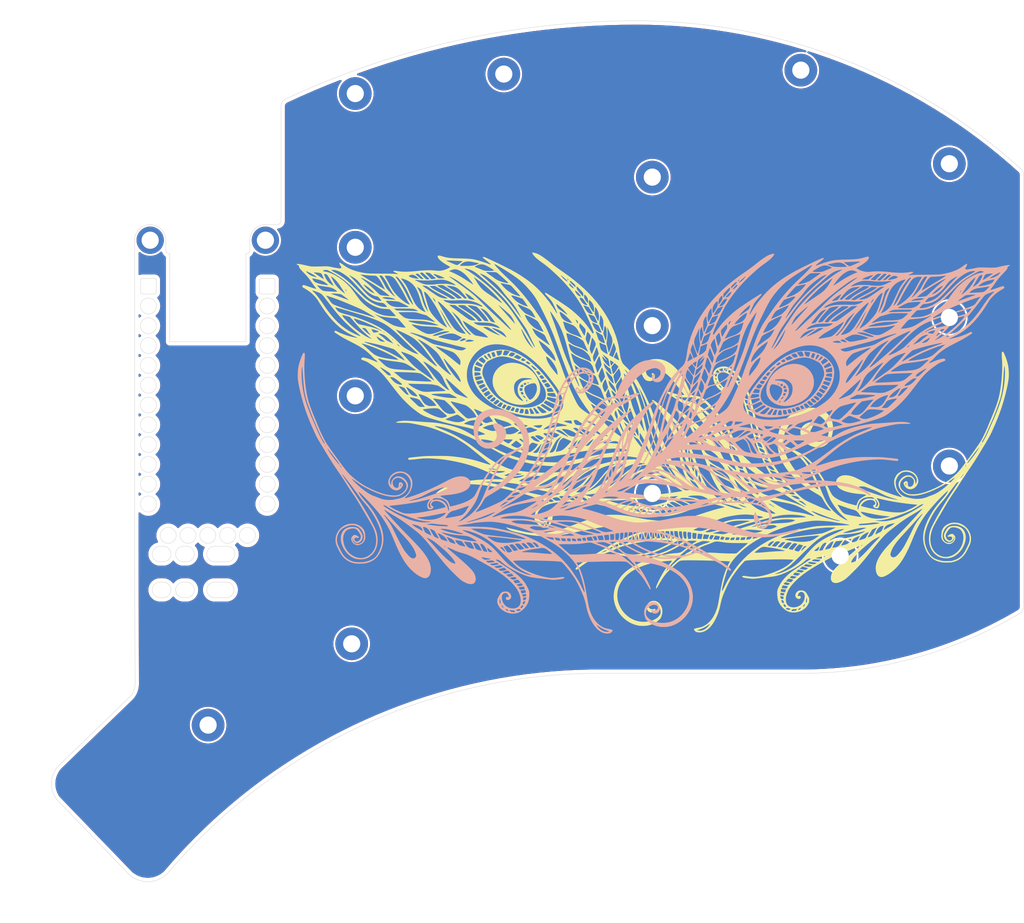
<source format=kicad_pcb>
(kicad_pcb (version 20221018) (generator pcbnew)
  (layers (0 "F.Cu" signal) (31 "B.Cu" signal) (34 "B.Paste" user) (35 "F.Paste" user) (36 "B.SilkS" user "B.Silkscreen") (37 "F.SilkS" user "F.Silkscreen") (38 "B.Mask" user) (39 "F.Mask" user) (44 "Edge.Cuts" user))
  (net 0 "")
  (footprint "tako:M2_hole_4.2mm" (layer "F.Cu") (at 140.906339 83.435489)
    (fp_text reference "H103" hide)
    (fp_text value "MountingHole" hide)
    (pad "" thru_hole circle (at 0 0) (size 4.2 4.2) (drill 2.2) (layers "*.Cu" "*.Mask"))
  )
  (footprint "tako:M2_hole_4.2mm" (layer "F.Cu") (at 140.90635 64.38549)
    (fp_text reference "H102" hide)
    (fp_text value "MountingHole" hide)
    (pad "" thru_hole circle (at 0 0) (size 4.2 4.2) (drill 2.2) (layers "*.Cu" "*.Mask"))
  )
  (footprint "tako:M2_hole_4.2mm" (layer "F.Cu") (at 45.82999 116.671093)
    (fp_text reference "H18" hide)
    (fp_text value "MountingHole" hide)
    (pad "" thru_hole circle (at 0 0) (size 4.2 4.2) (drill 2.2) (layers "*.Cu" "*.Mask"))
  )
  (footprint "tako:M2_hole_4.2mm" (layer "F.Cu") (at 64.706339 35.666056)
    (fp_text reference "H110" hide)
    (fp_text value "MountingHole" hide)
    (pad "" thru_hole circle (at 0 0) (size 4.2 4.2) (drill 2.2) (layers "*.Cu" "*.Mask"))
  )
  (footprint "tako:M2_hole_3.5mm" (layer "F.Cu") (at 53.181889 54.480531)
    (fp_text reference "H115" hide)
    (fp_text value "MountingHole" hide)
    (pad "" thru_hole circle (at 0 0) (size 3.5 3.5) (drill 2.2) (layers "*.Cu" "*.Mask"))
  )
  (footprint "tako:M2_hole_4.2mm" (layer "F.Cu") (at 102.806338 86.959989)
    (fp_text reference "H108" hide)
    (fp_text value "MountingHole" hide)
    (pad "" thru_hole circle (at 0 0) (size 4.2 4.2) (drill 2.2) (layers "*.Cu" "*.Mask"))
  )
  (footprint "tako:M2_hole_4.2mm" (layer "F.Cu") (at 126.906338 94.960499)
    (fp_text reference "H105" hide)
    (fp_text value "MountingHole" hide)
    (pad "" thru_hole circle (at 0 0) (size 4.2 4.2) (drill 2.2) (layers "*.Cu" "*.Mask"))
  )
  (footprint "tako:M2_hole_4.2mm" (layer "F.Cu") (at 64.706342 74.434994)
    (fp_text reference "H112" hide)
    (fp_text value "MountingHole" hide)
    (pad "" thru_hole circle (at 0 0) (size 4.2 4.2) (drill 2.2) (layers "*.Cu" "*.Mask"))
  )
  (footprint "tako:M2_hole_4.2mm" (layer "F.Cu") (at 64.24799 106.243093 -22.5)
    (fp_text reference "H113" hide)
    (fp_text value "MountingHole" hide)
    (pad "" thru_hole circle (at 0 0 337.5) (size 4.2 4.2) (drill 2.2) (layers "*.Cu" "*.Mask"))
  )
  (footprint "tako:M2_hole_3.5mm" (layer "F.Cu") (at 38.400564 54.480077)
    (fp_text reference "H116" hide)
    (fp_text value "MountingHole" hide)
    (pad "" thru_hole circle (at 0 0) (size 3.5 3.5) (drill 2.2) (layers "*.Cu" "*.Mask"))
  )
  (footprint "tako:M2_hole_4.2mm" (layer "F.Cu") (at 121.85634 32.666056)
    (fp_text reference "H104" hide)
    (fp_text value "MountingHole" hide)
    (pad "" thru_hole circle (at 0 0) (size 4.2 4.2) (drill 2.2) (layers "*.Cu" "*.Mask"))
  )
  (footprint "tako:M2_hole_4.2mm" (layer "F.Cu") (at 102.806347 65.434996)
    (fp_text reference "H107" hide)
    (fp_text value "MountingHole" hide)
    (pad "" thru_hole circle (at 0 0) (size 4.2 4.2) (drill 2.2) (layers "*.Cu" "*.Mask"))
  )
  (footprint "tako:M2_hole_4.2mm" (layer "F.Cu") (at 140.906345 44.666058)
    (fp_text reference "H101" hide)
    (fp_text value "MountingHole" hide)
    (pad "" thru_hole circle (at 0 0) (size 4.2 4.2) (drill 2.2) (layers "*.Cu" "*.Mask"))
  )
  (footprint "tako:nice_view_cutout" (layer "F.Cu") (at 45.791557 75.852635)
    (fp_text reference "DISP101")
    (fp_text value "nice!view" hide)
    (fp_circle (center -5.08 16.48) (end -4.055 16.48) (stroke (width 0.05)) (fill none) (layer "Edge.Cuts"))
    (fp_circle (center -2.54 16.48) (end -1.515 16.48) (stroke (width 0.05)) (fill none) (layer "Edge.Cuts"))
    (fp_circle (center 0 16.48) (end 1.025 16.48) (stroke (width 0.05)) (fill none) (layer "Edge.Cuts"))
    (fp_circle (center 2.54 16.48) (end 3.565 16.48) (stroke (width 0.05)) (fill none) (layer "Edge.Cuts"))
    (fp_circle (center 5.08 16.48) (end 6.105 16.48) (stroke (width 0.05)) (fill none) (layer "Edge.Cuts"))
  )
  (footprint "personal-logo:peacock-large" (layer "F.Cu") (at 103.001834 80.564598 90)
    (fp_text reference "L1")
    (fp_text value "ART" hide)
  )
  (footprint "tako:M2_hole_4.2mm" (layer "F.Cu") (at 83.756337 33.166058)
    (fp_text reference "H109" hide)
    (fp_text value "MountingHole" hide)
    (pad "" thru_hole circle (at 0 0) (size 4.2 4.2) (drill 2.2) (layers "*.Cu" "*.Mask"))
  )
  (footprint "tako:TRRS-PJ-320A_cutout" (layer "F.Cu") (at 36.662468 97.030596 90)
    (fp_text reference "J101")
    (fp_text value "MJ-4PP-9")
    (fp_line (start -3.3 3.4) (end -3.3 3) (stroke (width 0.05)) (layer "Edge.Cuts"))
    (fp_line (start -3.3 6.4) (end -3.3 6) (stroke (width 0.05)) (layer "Edge.Cuts"))
    (fp_line (start -3.3 11.5) (end -3.3 10) (stroke (width 0.05)) (layer "Edge.Cuts"))
    (fp_line (start -1.3 3) (end -1.3 3.4) (stroke (width 0.05)) (layer "Edge.Cuts"))
    (fp_line (start -1.3 6) (end -1.3 6.4) (stroke (width 0.05)) (layer "Edge.Cuts"))
    (fp_line (start -1.3 10) (end -1.3 11.5) (stroke (width 0.05)) (layer "Edge.Cuts"))
    (fp_line (start 1.3 3) (end 1.3 3.4) (stroke (width 0.05)) (layer "Edge.Cuts"))
    (fp_line (start 1.3 6) (end 1.3 6.4) (stroke (width 0.05)) (layer "Edge.Cuts"))
    (fp_line (start 1.3 10) (end 1.3 11.6) (stroke (width 0.05)) (layer "Edge.Cuts"))
    (fp_line (start 3.3 3.4) (end 3.3 3) (stroke (width 0.05)) (layer "Edge.Cuts"))
    (fp_line (start 3.3 6.4) (end 3.3 6) (stroke (width 0.05)) (layer "Edge.Cuts"))
    (fp_line (start 3.3 11.6) (end 3.3 10) (stroke (width 0.05)) (layer "Edge.Cuts"))
    (fp_arc (start -3.3 3) (mid -2.3 2) (end -1.3 3) (stroke (width 0.05)) (layer "Edge.Cuts"))
    (fp_arc (start -3.3 6) (mid -2.3 5) (end -1.3 6) (stroke (width 0.05)) (layer "Edge.Cuts"))
    (fp_arc (start -3.3 10) (mid -2.3 9) (end -1.3 10) (stroke (width 0.05)) (layer "Edge.Cuts"))
    (fp_arc (start -1.3 3.4) (mid -2.3 4.4) (end -3.3 3.4) (stroke (width 0.05)) (layer "Edge.Cuts"))
    (fp_arc (start -1.3 6.4) (mid -2.3 7.4) (end -3.3 6.4) (stroke (width 0.05)) (layer "Edge.Cuts"))
    (fp_arc (start -1.3 11.5) (mid -2.3 12.5) (end -3.3 11.5) (stroke (width 0.05)) (layer "Edge.Cuts"))
    (fp_arc (start 1.3 3) (mid 2.3 2) (end 3.3 3) (stroke (width 0.05)) (layer "Edge.Cuts"))
    (fp_arc (start 1.3 6) (mid 2.3 5) (end 3.3 6) (stroke (width 0.05)) (layer "Edge.Cuts"))
    (fp_arc (start 1.3 10) (mid 2.3 9) (end 3.3 10) (stroke (width 0.05)) (layer "Edge.Cuts"))
    (fp_arc (start 3.3 3.4) (mid 2.3 4.4) (end 1.3 3.4) (stroke (width 0.05)) (layer "Edge.Cuts"))
    (fp_arc (start 3.3 6.4) (mid 2.3 7.4) (end 1.3 6.4) (stroke (width 0.05)) (layer "Edge.Cuts"))
    (fp_arc (start 3.3 11.6) (mid 2.3 12.6) (end 1.3 11.6) (stroke (width 0.05)) (layer "Edge.Cuts"))
  )
  (footprint "tako:M2_hole_4.2mm" (layer "F.Cu") (at 64.706336 55.384996)
    (fp_text reference "H111" hide)
    (fp_text value "MountingHole" hide)
    (pad "" thru_hole circle (at 0 0) (size 4.2 4.2) (drill 2.2) (layers "*.Cu" "*.Mask"))
  )
  (footprint "tako:M2_hole_4.2mm" (layer "F.Cu") (at 102.806346 46.384994)
    (fp_text reference "H106" hide)
    (fp_text value "MountingHole" hide)
    (pad "" thru_hole circle (at 0 0) (size 4.2 4.2) (drill 2.2) (layers "*.Cu" "*.Mask"))
  )
  (footprint "personal-logo:peacock-large" (layer "B.Cu") (at 102.859767 80.705578 90)
    (fp_text reference "L2")
    (fp_text value "ART" hide)
  )
  (footprint "tako:ArduinoProMicro_cutout" (layer "B.Cu") (at 45.791311 74.343658 -90)
    (fp_text reference "U101" hide)
    (fp_text value "STeMCell" hide)
    (fp_line (start -14.97 -8.42) (end -14.97 -6.82) (stroke (width 0.05)) (layer "Edge.Cuts"))
    (fp_line (start -14.97 6.82) (end -14.97 8.42) (stroke (width 0.05)) (layer "Edge.Cuts"))
    (fp_line (start -14.77 -6.62) (end -13.17 -6.62) (stroke (width 0.05)) (layer "Edge.Cuts"))
    (fp_line (start -14.77 8.62) (end -13.17 8.62) (stroke (width 0.05)) (layer "Edge.Cuts"))
    (fp_line (start -13.17 -8.62) (end -14.77 -8.62) (stroke (width 0.05)) (layer "Edge.Cuts"))
    (fp_line (start -13.17 6.62) (end -14.77 6.62) (stroke (width 0.05)) (layer "Edge.Cuts"))
    (fp_line (start -12.97 -6.82) (end -12.97 -8.42) (stroke (width 0.05)) (layer "Edge.Cuts"))
    (fp_line (start -12.97 8.42) (end -12.97 6.82) (stroke (width 0.05)) (layer "Edge.Cuts"))
    (fp_arc (start -14.97 -8.42) (mid -14.911421 -8.561421) (end -14.77 -8.62) (stroke (width 0.05)) (layer "Edge.Cuts"))
    (fp_arc (start -14.97 6.82) (mid -14.911421 6.678579) (end -14.77 6.62) (stroke (width 0.05)) (layer "Edge.Cuts"))
    (fp_arc (start -14.77 -6.62) (mid -14.911421 -6.678579) (end -14.97 -6.82) (stroke (width 0.05)) (layer "Edge.Cuts"))
    (fp_arc (start -14.77 8.62) (mid -14.911421 8.561421) (end -14.97 8.42) (stroke (width 0.05)) (layer "Edge.Cuts"))
    (fp_arc (start -13.17 -8.62) (mid -13.028579 -8.561421) (end -12.97 -8.42) (stroke (width 0.05)) (layer "Edge.Cuts"))
    (fp_arc (start -13.17 6.62) (mid -13.028579 6.678579) (end -12.97 6.82) (stroke (width 0.05)) (layer "Edge.Cuts"))
    (fp_arc (start -12.97 -6.82) (mid -13.028579 -6.678579) (end -13.17 -6.62) (stroke (width 0.05)) (layer "Edge.Cuts"))
    (fp_arc (start -12.97 8.42) (mid -13.028579 8.561421) (end -13.17 8.62) (stroke (width 0.05)) (layer "Edge.Cuts"))
    (fp_circle (center -11.43 -7.62) (end -10.405 -7.62) (stroke (width 0.05)) (fill none) (layer "Edge.Cuts"))
    (fp_circle (center -11.43 7.62) (end -10.405 7.62) (stroke (width 0.05)) (fill none) (layer "Edge.Cuts"))
    (fp_circle (center -8.89 -7.62) (end -7.865 -7.62) (stroke (width 0.05)) (fill none) (layer "Edge.Cuts"))
    (fp_circle (center -8.89 7.62) (end -7.865 7.62) (stroke (width 0.05)) (fill none) (layer "Edge.Cuts"))
    (fp_circle (center -6.35 -7.62) (end -5.325 -7.62) (stroke (width 0.05)) (fill none) (layer "Edge.Cuts"))
    (fp_circle (center -6.35 7.62) (end -5.325 7.62) (stroke (width 0.05)) (fill none) (layer "Edge.Cuts"))
    (fp_circle (center -3.81 -7.62) (end -2.785 -7.62) (stroke (width 0.05)) (fill none) (layer "Edge.Cuts"))
    (fp_circle (center -3.81 7.62) (end -2.785 7.62) (stroke (width 0.05)) (fill none) (layer "Edge.Cuts"))
    (fp_circle (center -1.27 -7.62) (end -0.245 -7.62) (stroke (width 0.05)) (fill none) (layer "Edge.Cuts"))
    (fp_circle (center -1.27 7.62) (end -0.245 7.62) (stroke (width 0.05)) (fill none) (layer "Edge.Cuts"))
    (fp_circle (center 1.27 -7.62) (end 2.295 -7.62) (stroke (width 0.05)) (fill none) (layer "Edge.Cuts"))
    (fp_circle (center 1.27 7.62) (end 2.295 7.62) (stroke (width 0.05)) (fill none) (layer "Edge.Cuts"))
    (fp_circle (center 3.81 -7.62) (end 4.835 -7.62) (stroke (width 0.05)) (fill none) (layer "Edge.Cuts"))
    (fp_circle (center 3.81 7.62) (end 4.835 7.62) (stroke (width 0.05)) (fill none) (layer "Edge.Cuts"))
    (fp_circle (center 6.35 -7.62) (end 7.375 -7.62) (stroke (width 0.05)) (fill none) (layer "Edge.Cuts"))
    (fp_circle (center 6.35 7.62) (end 7.375 7.62) (stroke (width 0.05)) (fill none) (layer "Edge.Cuts"))
    (fp_circle (center 8.89 -7.62) (end 9.915 -7.62) (stroke (width 0.05)) (fill none) (layer "Edge.Cuts"))
    (fp_circle (center 8.89 7.62) (end 9.915 7.62) (stroke (width 0.05)) (fill none) (layer "Edge.Cuts"))
    (fp_circle (center 11.43 -7.62) (end 12.455 -7.62) (stroke (width 0.05)) (fill none) (layer "Edge.Cuts"))
    (fp_circle (center 11.43 7.62) (end 12.455 7.62) (stroke (width 0.05)) (fill none) (layer "Edge.Cuts"))
    (fp_circle (center 13.97 -7.62) (end 14.995 -7.62) (stroke (width 0.05)) (fill none) (layer "Edge.Cuts"))
    (fp_circle (center 13.97 7.62) (end 14.995 7.62) (stroke (width 0.05)) (fill none) (layer "Edge.Cuts"))
  )
  (gr_line (start 36.400943 94.264806) (end 36.400629 54.48004) (stroke (width 0.05)) (layer "Edge.Cuts"))
  (gr_arc (start 150.107141 45.349091) (mid 150.346476 45.68338) (end 150.430939 46.085746) (stroke (width 0.05)) (layer "Edge.Cuts"))
  (gr_arc (start 40.579026 135.740784) (mid 38.189867 136.751583) (end 35.746711 135.879352) (stroke (width 0.05)) (layer "Edge.Cuts"))
  (gr_line (start 40.900935 56.229815) (end 40.900934 67.479812) (stroke (width 0.05)) (layer "Edge.Cuts"))
  (gr_arc (start 51.181954 54.480492) (mid 51.767668 53.066165) (end 53.181941 52.480355) (stroke (width 0.05)) (layer "Edge.Cuts"))
  (gr_arc (start 55.181884 51.980529) (mid 55.035393 52.334016) (end 54.681882 52.480529) (stroke (width 0.05)) (layer "Edge.Cuts"))
  (gr_line (start 35.746711 135.879352) (end 26.387469 126.180595) (stroke (width 0.05)) (layer "Edge.Cuts"))
  (gr_arc (start 40.900935 56.229815) (mid 40.547441 56.083336) (end 40.400928 55.729819) (stroke (width 0.05)) (layer "Edge.Cuts"))
  (gr_line (start 40.400754 54.479892) (end 40.400928 55.729819) (stroke (width 0.05)) (layer "Edge.Cuts"))
  (gr_arc (start 100.806597 26.334574) (mid 127.226742 31.252932) (end 150.107141 45.349091) (stroke (width 0.05)) (layer "Edge.Cuts"))
  (gr_arc (start 26.387469 126.180595) (mid 25.755966 123.864885) (end 26.817897 121.712302) (stroke (width 0.05)) (layer "Edge.Cuts"))
  (gr_line (start 150.430947 101.485646) (end 150.430939 86.246058) (stroke (width 0.05)) (layer "Edge.Cuts"))
  (gr_arc (start 149.957548 102.335002) (mid 136.424833 108.075873) (end 121.856035 110.035989) (stroke (width 0.05)) (layer "Edge.Cuts"))
  (gr_arc (start 150.430947 101.485646) (mid 150.304614 101.971836) (end 149.957548 102.335002) (stroke (width 0.05)) (layer "Edge.Cuts"))
  (gr_line (start 121.856035 110.035989) (end 95.794156 110.035649) (stroke (width 0.05)) (layer "Edge.Cuts"))
  (gr_arc (start 40.579027 135.740785) (mid 65.363051 116.823198) (end 95.794156 110.03565) (stroke (width 0.05)) (layer "Edge.Cuts"))
  (gr_line (start 35.779145 113.068228) (end 26.817897 121.712302) (stroke (width 0.05)) (layer "Edge.Cuts"))
  (gr_arc (start 55.757144 36.379092) (mid 77.728776 28.876213) (end 100.806597 26.334574) (stroke (width 0.05)) (layer "Edge.Cuts"))
  (gr_line (start 55.181887 37.284664) (end 55.181884 51.980529) (stroke (width 0.05)) (layer "Edge.Cuts"))
  (gr_line (start 51.181785 55.730423) (end 51.181954 54.480492) (stroke (width 0.05)) (layer "Edge.Cuts"))
  (gr_line (start 150.430942 60.166057) (end 150.430939 46.085746) (stroke (width 0.05)) (layer "Edge.Cuts"))
  (gr_arc (start 38.400617 52.479902) (mid 39.814931 53.065614) (end 40.400754 54.479892) (stroke (width 0.05)) (layer "Edge.Cuts"))
  (gr_arc (start 55.181887 37.284664) (mid 55.33784 36.748228) (end 55.757144 36.379092) (stroke (width 0.05)) (layer "Edge.Cuts"))
  (gr_line (start 40.900934 67.479812) (end 50.681777 67.48042) (stroke (width 0.05)) (layer "Edge.Cuts"))
  (gr_line (start 150.430939 86.246058) (end 150.430942 60.166057) (stroke (width 0.05)) (layer "Edge.Cuts"))
  (gr_line (start 53.181941 52.480355) (end 54.681882 52.480529) (stroke (width 0.05)) (layer "Edge.Cuts"))
  (gr_line (start 50.681777 67.48042) (end 50.681774 56.230421) (stroke (width 0.05)) (layer "Edge.Cuts"))
  (gr_arc (start 36.400629 54.48004) (mid 36.986443 53.065823) (end 38.400617 52.479902) (stroke (width 0.05)) (layer "Edge.Cuts"))
  (gr_line (start 36.400943 94.264806) (end 36.465974 111.370627) (stroke (width 0.05)) (layer "Edge.Cuts"))
  (gr_arc (start 36.465973 111.370627) (mid 36.285094 112.285187) (end 35.779145 113.068228) (stroke (width 0.05)) (layer "Edge.Cuts"))
  (gr_arc (start 51.181785 55.730423) (mid 51.035352 56.083976) (end 50.681774 56.230421) (stroke (width 0.05)) (layer "Edge.Cuts"))
  (zone (net 0) (net_name "") (layers "F&B.Cu") (connect_pads (clearance 0.254)) (min_thickness 0.254) (fill yes (thermal_gap 0.256) (thermal_bridge_width 0.256))
    (polygon (pts (xy 150.501779 23.666057) (xy 36.001781 23.666057) (xy 19.137468 142.080596) (xy 150.50178 124.666058)))
  )
)
</source>
